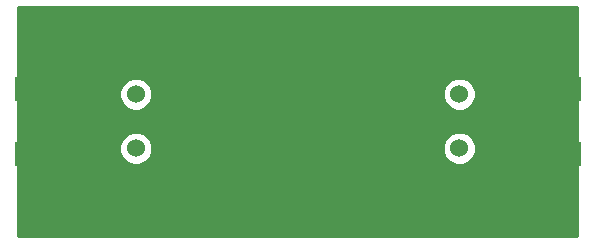
<source format=gbr>
G04 #@! TF.FileFunction,Copper,L2,Bot,Signal*
%FSLAX46Y46*%
G04 Gerber Fmt 4.6, Leading zero omitted, Abs format (unit mm)*
G04 Created by KiCad (PCBNEW 4.0.6) date 09/27/17 20:09:39*
%MOMM*%
%LPD*%
G01*
G04 APERTURE LIST*
%ADD10C,0.100000*%
%ADD11C,0.660400*%
%ADD12R,4.500000X2.000000*%
%ADD13C,1.778000*%
%ADD14C,1.524000*%
%ADD15C,0.254000*%
G04 APERTURE END LIST*
D10*
D11*
X146900000Y-105000000D03*
X149500000Y-105000000D03*
X152100000Y-105000000D03*
X154700000Y-105000000D03*
X157300000Y-105000000D03*
X159900000Y-105000000D03*
X162500000Y-105000000D03*
X165100000Y-105000000D03*
X167700000Y-105000000D03*
X170300000Y-105000000D03*
X159900000Y-105000000D03*
X162500000Y-105000000D03*
X165100000Y-105000000D03*
X167700000Y-105000000D03*
X170300000Y-105000000D03*
X146900000Y-105000000D03*
X152100000Y-105000000D03*
X157300000Y-105000000D03*
X162500000Y-105000000D03*
X167700000Y-105000000D03*
X152100000Y-105000000D03*
X157300000Y-105000000D03*
X162500000Y-105000000D03*
X167700000Y-105000000D03*
X172900000Y-105000000D03*
X175100000Y-108800000D03*
X175100000Y-101200000D03*
X144700000Y-101200000D03*
X144700000Y-108800000D03*
X140500000Y-102900000D03*
X141900000Y-102900000D03*
X143300000Y-102900000D03*
X143300000Y-107100000D03*
X141900000Y-107100000D03*
X140500000Y-107100000D03*
X176500000Y-107100000D03*
X177900000Y-107100000D03*
X179300000Y-107100000D03*
X179300000Y-102900000D03*
X177900000Y-102900000D03*
X176500000Y-102900000D03*
X183300000Y-100800000D03*
X183300000Y-98200000D03*
X183300000Y-109200000D03*
X183300000Y-111800000D03*
X183300000Y-114400000D03*
X182000000Y-114400000D03*
X180700000Y-114400000D03*
X179400000Y-114400000D03*
X178100000Y-114400000D03*
X176800000Y-114400000D03*
X175500000Y-114400000D03*
X174200000Y-114400000D03*
X172900000Y-114400000D03*
X171600000Y-114400000D03*
X170300000Y-114400000D03*
X169000000Y-114400000D03*
X167700000Y-114400000D03*
X166400000Y-114400000D03*
X165100000Y-114400000D03*
X163800000Y-114400000D03*
X162500000Y-114400000D03*
X161200000Y-114400000D03*
X159900000Y-114400000D03*
X158600000Y-114400000D03*
X157300000Y-114400000D03*
X156000000Y-114400000D03*
X154700000Y-114400000D03*
X153400000Y-114400000D03*
X152100000Y-114400000D03*
X150800000Y-114400000D03*
X149500000Y-114400000D03*
X148200000Y-114400000D03*
X146900000Y-114400000D03*
X145600000Y-114400000D03*
X144300000Y-114400000D03*
X143000000Y-114400000D03*
X141700000Y-114400000D03*
X140400000Y-114400000D03*
X139100000Y-114400000D03*
X137800000Y-114400000D03*
X183300000Y-113100000D03*
X178100000Y-113100000D03*
X172900000Y-113100000D03*
X167700000Y-113100000D03*
X162500000Y-113100000D03*
X157300000Y-113100000D03*
X152100000Y-113100000D03*
X146900000Y-113100000D03*
X141700000Y-113100000D03*
X183300000Y-110500000D03*
X178100000Y-110500000D03*
X172900000Y-110500000D03*
X167700000Y-110500000D03*
X162500000Y-110500000D03*
X157300000Y-110500000D03*
X152100000Y-110500000D03*
X146900000Y-110500000D03*
X141700000Y-110500000D03*
X136500000Y-113100000D03*
X136500000Y-111800000D03*
X136500000Y-109200000D03*
X136500000Y-114400000D03*
X136500000Y-110500000D03*
X136500000Y-110500000D03*
X136500000Y-114400000D03*
X136500000Y-109200000D03*
X136500000Y-111800000D03*
X136500000Y-113100000D03*
X136500000Y-99500000D03*
X136500000Y-98200000D03*
X136500000Y-95600000D03*
X136500000Y-100800000D03*
X136500000Y-96900000D03*
X183300000Y-99500000D03*
X178100000Y-99500000D03*
X172900000Y-99500000D03*
X167700000Y-99500000D03*
X162500000Y-99500000D03*
X157300000Y-99500000D03*
X152100000Y-99500000D03*
X146900000Y-99500000D03*
X141700000Y-99500000D03*
X178100000Y-99500000D03*
X172900000Y-99500000D03*
X167700000Y-99500000D03*
X162500000Y-99500000D03*
X157300000Y-99500000D03*
X152100000Y-99500000D03*
X146900000Y-99500000D03*
X141700000Y-99500000D03*
X178100000Y-96900000D03*
X172900000Y-96900000D03*
X167700000Y-96900000D03*
X162500000Y-96900000D03*
X157300000Y-96900000D03*
X152100000Y-96900000D03*
X146900000Y-96900000D03*
X141700000Y-96900000D03*
X183300000Y-95600000D03*
X182000000Y-95600000D03*
X180700000Y-95600000D03*
X179400000Y-95600000D03*
X178100000Y-95600000D03*
X176800000Y-95600000D03*
X175500000Y-95600000D03*
X174200000Y-95600000D03*
X172900000Y-95600000D03*
X171600000Y-95600000D03*
X170300000Y-95600000D03*
X169000000Y-95600000D03*
X167700000Y-95600000D03*
X166400000Y-95600000D03*
X165100000Y-95600000D03*
X163800000Y-95600000D03*
X162500000Y-95600000D03*
X161200000Y-95600000D03*
X159900000Y-95600000D03*
X158600000Y-95600000D03*
X157300000Y-95600000D03*
X156000000Y-95600000D03*
X154700000Y-95600000D03*
X153400000Y-95600000D03*
X152100000Y-95600000D03*
X150800000Y-95600000D03*
X149500000Y-95600000D03*
X148200000Y-95600000D03*
X146900000Y-95600000D03*
X145600000Y-95600000D03*
X144300000Y-95600000D03*
X143000000Y-95600000D03*
X141700000Y-95600000D03*
X140400000Y-95600000D03*
X139100000Y-95600000D03*
X137800000Y-95600000D03*
X183300000Y-96900000D03*
D12*
X138150000Y-107770000D03*
X138150000Y-102230000D03*
X181650000Y-102230000D03*
X181650000Y-107770000D03*
D13*
X148501100Y-108803600D03*
D14*
X173601100Y-102703600D03*
X169001100Y-102703600D03*
X166001100Y-102703600D03*
X161401100Y-102703600D03*
X158401100Y-102703600D03*
X153801100Y-102703600D03*
X150801100Y-102703600D03*
X146201100Y-102703600D03*
X146201100Y-107303600D03*
X150801100Y-107303600D03*
X153801100Y-107303600D03*
X158401100Y-107303600D03*
X161401100Y-107303600D03*
X166001100Y-107303600D03*
X169001100Y-107303600D03*
X173601100Y-107303600D03*
D13*
X156101100Y-108803600D03*
X163701100Y-108803600D03*
X171301100Y-108803600D03*
X171301100Y-101203600D03*
X163701100Y-101203600D03*
X156101100Y-101203600D03*
X148501100Y-101203600D03*
D11*
X136500000Y-96900000D03*
X136500000Y-100800000D03*
X136500000Y-95600000D03*
X136500000Y-98200000D03*
X136500000Y-99500000D03*
D15*
G36*
X183590000Y-114690000D02*
X136210000Y-114690000D01*
X136210000Y-107580261D01*
X144803858Y-107580261D01*
X145016090Y-108093903D01*
X145408730Y-108487229D01*
X145922000Y-108700357D01*
X146477761Y-108700842D01*
X146991403Y-108488610D01*
X147384729Y-108095970D01*
X147597857Y-107582700D01*
X147597859Y-107580261D01*
X172203858Y-107580261D01*
X172416090Y-108093903D01*
X172808730Y-108487229D01*
X173322000Y-108700357D01*
X173877761Y-108700842D01*
X174391403Y-108488610D01*
X174784729Y-108095970D01*
X174997857Y-107582700D01*
X174998342Y-107026939D01*
X174786110Y-106513297D01*
X174393470Y-106119971D01*
X173880200Y-105906843D01*
X173324439Y-105906358D01*
X172810797Y-106118590D01*
X172417471Y-106511230D01*
X172204343Y-107024500D01*
X172203858Y-107580261D01*
X147597859Y-107580261D01*
X147598342Y-107026939D01*
X147386110Y-106513297D01*
X146993470Y-106119971D01*
X146480200Y-105906843D01*
X145924439Y-105906358D01*
X145410797Y-106118590D01*
X145017471Y-106511230D01*
X144804343Y-107024500D01*
X144803858Y-107580261D01*
X136210000Y-107580261D01*
X136210000Y-102980261D01*
X144803858Y-102980261D01*
X145016090Y-103493903D01*
X145408730Y-103887229D01*
X145922000Y-104100357D01*
X146477761Y-104100842D01*
X146991403Y-103888610D01*
X147384729Y-103495970D01*
X147597857Y-102982700D01*
X147597859Y-102980261D01*
X172203858Y-102980261D01*
X172416090Y-103493903D01*
X172808730Y-103887229D01*
X173322000Y-104100357D01*
X173877761Y-104100842D01*
X174391403Y-103888610D01*
X174784729Y-103495970D01*
X174997857Y-102982700D01*
X174998342Y-102426939D01*
X174786110Y-101913297D01*
X174393470Y-101519971D01*
X173880200Y-101306843D01*
X173324439Y-101306358D01*
X172810797Y-101518590D01*
X172417471Y-101911230D01*
X172204343Y-102424500D01*
X172203858Y-102980261D01*
X147597859Y-102980261D01*
X147598342Y-102426939D01*
X147386110Y-101913297D01*
X146993470Y-101519971D01*
X146480200Y-101306843D01*
X145924439Y-101306358D01*
X145410797Y-101518590D01*
X145017471Y-101911230D01*
X144804343Y-102424500D01*
X144803858Y-102980261D01*
X136210000Y-102980261D01*
X136210000Y-95310000D01*
X183590000Y-95310000D01*
X183590000Y-114690000D01*
X183590000Y-114690000D01*
G37*
X183590000Y-114690000D02*
X136210000Y-114690000D01*
X136210000Y-107580261D01*
X144803858Y-107580261D01*
X145016090Y-108093903D01*
X145408730Y-108487229D01*
X145922000Y-108700357D01*
X146477761Y-108700842D01*
X146991403Y-108488610D01*
X147384729Y-108095970D01*
X147597857Y-107582700D01*
X147597859Y-107580261D01*
X172203858Y-107580261D01*
X172416090Y-108093903D01*
X172808730Y-108487229D01*
X173322000Y-108700357D01*
X173877761Y-108700842D01*
X174391403Y-108488610D01*
X174784729Y-108095970D01*
X174997857Y-107582700D01*
X174998342Y-107026939D01*
X174786110Y-106513297D01*
X174393470Y-106119971D01*
X173880200Y-105906843D01*
X173324439Y-105906358D01*
X172810797Y-106118590D01*
X172417471Y-106511230D01*
X172204343Y-107024500D01*
X172203858Y-107580261D01*
X147597859Y-107580261D01*
X147598342Y-107026939D01*
X147386110Y-106513297D01*
X146993470Y-106119971D01*
X146480200Y-105906843D01*
X145924439Y-105906358D01*
X145410797Y-106118590D01*
X145017471Y-106511230D01*
X144804343Y-107024500D01*
X144803858Y-107580261D01*
X136210000Y-107580261D01*
X136210000Y-102980261D01*
X144803858Y-102980261D01*
X145016090Y-103493903D01*
X145408730Y-103887229D01*
X145922000Y-104100357D01*
X146477761Y-104100842D01*
X146991403Y-103888610D01*
X147384729Y-103495970D01*
X147597857Y-102982700D01*
X147597859Y-102980261D01*
X172203858Y-102980261D01*
X172416090Y-103493903D01*
X172808730Y-103887229D01*
X173322000Y-104100357D01*
X173877761Y-104100842D01*
X174391403Y-103888610D01*
X174784729Y-103495970D01*
X174997857Y-102982700D01*
X174998342Y-102426939D01*
X174786110Y-101913297D01*
X174393470Y-101519971D01*
X173880200Y-101306843D01*
X173324439Y-101306358D01*
X172810797Y-101518590D01*
X172417471Y-101911230D01*
X172204343Y-102424500D01*
X172203858Y-102980261D01*
X147597859Y-102980261D01*
X147598342Y-102426939D01*
X147386110Y-101913297D01*
X146993470Y-101519971D01*
X146480200Y-101306843D01*
X145924439Y-101306358D01*
X145410797Y-101518590D01*
X145017471Y-101911230D01*
X144804343Y-102424500D01*
X144803858Y-102980261D01*
X136210000Y-102980261D01*
X136210000Y-95310000D01*
X183590000Y-95310000D01*
X183590000Y-114690000D01*
M02*

</source>
